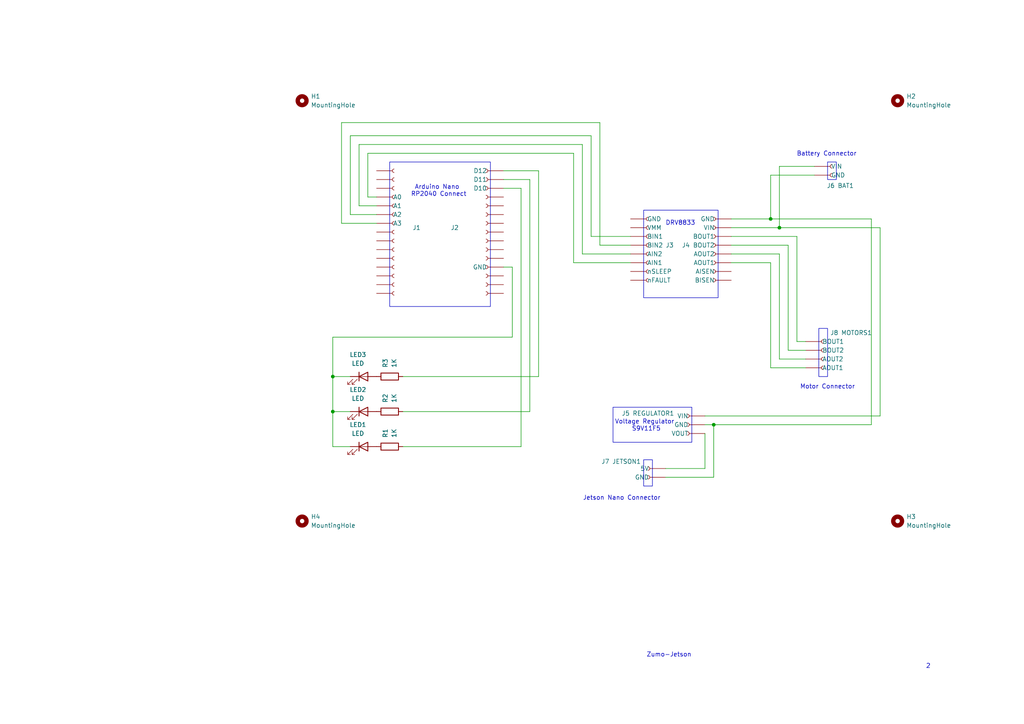
<source format=kicad_sch>
(kicad_sch (version 20250114) (generator "eeschema") (generator_version "9.0")
  (paper "A4")
  (lib_symbols
    (symbol "Conn_01x02_Socket_1" (pin_numbers (hide yes)) (pin_names (offset 1.016))
      (property "Reference" "J7" (at 2.032 2.032 0))
      (symbol "Conn_01x02_Socket_1_1_1"
        (polyline (pts (xy -1.27 0) (xy -0.508 0)) (stroke (width 0.1524)))
        (polyline (pts (xy -1.27 -2.54) (xy -0.508 -2.54)) (stroke (width 0.1524)))
        (arc (start 0 -0.508) (mid -0.5058 0) (end 0 0.508) (stroke (width 0.1524)))
        (arc (start 0 -3.048) (mid -0.5058 -2.54) (end 0 -2.032) (stroke (width 0.1524)))
        (pin passive line (at -5.08 0 0) (length 3.81) (name "5V") (number "1"))
        (pin passive line (at -5.08 -2.54 0) (length 3.81) (name "GND") (number "2"))
      )
    )
    (symbol "Conn_01x08_Socket_1" (pin_numbers (hide yes)) (pin_names (offset 1.016))
      (property "Reference" "J3" (at 1.27 0.0001 0))
      (symbol "Conn_01x08_Socket_1_1_1"
        (polyline (pts (xy -1.27 7.62) (xy -0.508 7.62)) (stroke (width 0.1524)))
        (polyline (pts (xy -1.27 5.08) (xy -0.508 5.08)) (stroke (width 0.1524)))
        (polyline (pts (xy -1.27 2.54) (xy -0.508 2.54)) (stroke (width 0.1524)))
        (polyline (pts (xy -1.27 0) (xy -0.508 0)) (stroke (width 0.1524)))
        (polyline (pts (xy -1.27 -2.54) (xy -0.508 -2.54)) (stroke (width 0.1524)))
        (polyline (pts (xy -1.27 -5.08) (xy -0.508 -5.08)) (stroke (width 0.1524)))
        (polyline (pts (xy -1.27 -7.62) (xy -0.508 -7.62)) (stroke (width 0.1524)))
        (polyline (pts (xy -1.27 -10.16) (xy -0.508 -10.16)) (stroke (width 0.1524)))
        (arc (start 0 7.112) (mid -0.5058 7.62) (end 0 8.128) (stroke (width 0.1524)))
        (arc (start 0 4.572) (mid -0.5058 5.08) (end 0 5.588) (stroke (width 0.1524)))
        (arc (start 0 2.032) (mid -0.5058 2.54) (end 0 3.048) (stroke (width 0.1524)))
        (arc (start 0 -0.508) (mid -0.5058 0) (end 0 0.508) (stroke (width 0.1524)))
        (arc (start 0 -3.048) (mid -0.5058 -2.54) (end 0 -2.032) (stroke (width 0.1524)))
        (arc (start 0 -5.588) (mid -0.5058 -5.08) (end 0 -4.572) (stroke (width 0.1524)))
        (arc (start 0 -8.128) (mid -0.5058 -7.62) (end 0 -7.112) (stroke (width 0.1524)))
        (arc (start 0 -10.668) (mid -0.5058 -10.16) (end 0 -9.652) (stroke (width 0.1524)))
        (pin passive line (at -5.08 7.62 0) (length 3.81) (name "GND") (number "1"))
        (pin passive line (at -5.08 5.08 0) (length 3.81) (name "VMM") (number "2"))
        (pin passive line (at -5.08 2.54 0) (length 3.81) (name "BIN1") (number "3"))
        (pin passive line (at -5.08 0 0) (length 3.81) (name "BIN2") (number "4"))
        (pin passive line (at -5.08 -2.54 0) (length 3.81) (name "AIN2") (number "5"))
        (pin passive line (at -5.08 -5.08 0) (length 3.81) (name "AIN1") (number "6"))
        (pin passive line (at -5.08 -7.62 0) (length 3.81) (name "nSLEEP") (number "7"))
        (pin passive line (at -5.08 -10.16 0) (length 3.81) (name "nFAULT") (number "8"))
      )
    )
    (symbol "Conn_01x15_Socket_1" (pin_numbers (hide yes)) (pin_names (offset 1.016))
      (property "Reference" "J2" (at 7.874 1.27 0))
      (symbol "Conn_01x15_Socket_1_1_1"
        (polyline (pts (xy -1.27 17.78) (xy -0.508 17.78)) (stroke (width 0.1524)))
        (polyline (pts (xy -1.27 15.24) (xy -0.508 15.24)) (stroke (width 0.1524)))
        (polyline (pts (xy -1.27 12.7) (xy -0.508 12.7)) (stroke (width 0.1524)))
        (polyline (pts (xy -1.27 10.16) (xy -0.508 10.16)) (stroke (width 0.1524)))
        (polyline (pts (xy -1.27 7.62) (xy -0.508 7.62)) (stroke (width 0.1524)))
        (polyline (pts (xy -1.27 5.08) (xy -0.508 5.08)) (stroke (width 0.1524)))
        (polyline (pts (xy -1.27 2.54) (xy -0.508 2.54)) (stroke (width 0.1524)))
        (polyline (pts (xy -1.27 0) (xy -0.508 0)) (stroke (width 0.1524)))
        (polyline (pts (xy -1.27 -2.54) (xy -0.508 -2.54)) (stroke (width 0.1524)))
        (polyline (pts (xy -1.27 -5.08) (xy -0.508 -5.08)) (stroke (width 0.1524)))
        (polyline (pts (xy -1.27 -7.62) (xy -0.508 -7.62)) (stroke (width 0.1524)))
        (polyline (pts (xy -1.27 -10.16) (xy -0.508 -10.16)) (stroke (width 0.1524)))
        (polyline (pts (xy -1.27 -12.7) (xy -0.508 -12.7)) (stroke (width 0.1524)))
        (polyline (pts (xy -1.27 -15.24) (xy -0.508 -15.24)) (stroke (width 0.1524)))
        (polyline (pts (xy -1.27 -17.78) (xy -0.508 -17.78)) (stroke (width 0.1524)))
        (arc (start 0 17.272) (mid -0.5058 17.78) (end 0 18.288) (stroke (width 0.1524)))
        (arc (start 0 14.732) (mid -0.5058 15.24) (end 0 15.748) (stroke (width 0.1524)))
        (arc (start 0 12.192) (mid -0.5058 12.7) (end 0 13.208) (stroke (width 0.1524)))
        (arc (start 0 9.652) (mid -0.5058 10.16) (end 0 10.668) (stroke (width 0.1524)))
        (arc (start 0 7.112) (mid -0.5058 7.62) (end 0 8.128) (stroke (width 0.1524)))
        (arc (start 0 4.572) (mid -0.5058 5.08) (end 0 5.588) (stroke (width 0.1524)))
        (arc (start 0 2.032) (mid -0.5058 2.54) (end 0 3.048) (stroke (width 0.1524)))
        (arc (start 0 -0.508) (mid -0.5058 0) (end 0 0.508) (stroke (width 0.1524)))
        (arc (start 0 -3.048) (mid -0.5058 -2.54) (end 0 -2.032) (stroke (width 0.1524)))
        (arc (start 0 -5.588) (mid -0.5058 -5.08) (end 0 -4.572) (stroke (width 0.1524)))
        (arc (start 0 -8.128) (mid -0.5058 -7.62) (end 0 -7.112) (stroke (width 0.1524)))
        (arc (start 0 -10.668) (mid -0.5058 -10.16) (end 0 -9.652) (stroke (width 0.1524)))
        (arc (start 0 -13.208) (mid -0.5058 -12.7) (end 0 -12.192) (stroke (width 0.1524)))
        (arc (start 0 -15.748) (mid -0.5058 -15.24) (end 0 -14.732) (stroke (width 0.1524)))
        (arc (start 0 -18.288) (mid -0.5058 -17.78) (end 0 -17.272) (stroke (width 0.1524)))
        (pin passive line (at -5.08 17.78 0) (length 3.81) (name "D12") (number "1"))
        (pin passive line (at -5.08 15.24 0) (length 3.81) (name "D11") (number "2"))
        (pin passive line (at -5.08 12.7 0) (length 3.81) (name "D10") (number "3"))
        (pin passive line (at -5.08 10.16 0) (length 3.81) (name "") (number "4"))
        (pin passive line (at -5.08 7.62 0) (length 3.81) (name "") (number "5"))
        (pin passive line (at -5.08 5.08 0) (length 3.81) (name "") (number "6"))
        (pin passive line (at -5.08 2.54 0) (length 3.81) (name "") (number "7"))
        (pin passive line (at -5.08 0 0) (length 3.81) (name "") (number "8"))
        (pin passive line (at -5.08 -2.54 0) (length 3.81) (name "") (number "9"))
        (pin passive line (at -5.08 -5.08 0) (length 3.81) (name "") (number "10"))
        (pin passive line (at -5.08 -7.62 0) (length 3.81) (name "") (number "11"))
        (pin passive line (at -5.08 -10.16 0) (length 3.81) (name "GND") (number "12"))
        (pin passive line (at -5.08 -12.7 0) (length 3.81) (name "") (number "13"))
        (pin passive line (at -5.08 -15.24 0) (length 3.81) (name "") (number "14"))
        (pin passive line (at -5.08 -17.78 0) (length 3.81) (name "") (number "15"))
      )
    )
    (symbol "Connector:Conn_01x02_Socket" (pin_numbers (hide yes)) (pin_names (offset 1.016))
      (property "Reference" "J6" (at -1.524 -5.588 0))
      (symbol "Conn_01x02_Socket_1_1"
        (polyline (pts (xy -1.27 0) (xy -0.508 0)) (stroke (width 0.1524)))
        (polyline (pts (xy -1.27 -2.54) (xy -0.508 -2.54)) (stroke (width 0.1524)))
        (arc (start 0 -0.508) (mid -0.5058 0) (end 0 0.508) (stroke (width 0.1524)))
        (arc (start 0 -3.048) (mid -0.5058 -2.54) (end 0 -2.032) (stroke (width 0.1524)))
        (pin passive line (at -5.08 0 0) (length 3.81) (name "VIN") (number "1"))
        (pin passive line (at -5.08 -2.54 0) (length 3.81) (name "GND") (number "2"))
      )
    )
    (symbol "Connector:Conn_01x03_Socket" (pin_numbers (hide yes)) (pin_names (offset 1.016))
      (property "Reference" "J5" (at 1.27 1.2701 0))
      (symbol "Conn_01x03_Socket_1_1"
        (polyline (pts (xy -1.27 2.54) (xy -0.508 2.54)) (stroke (width 0.1524)))
        (polyline (pts (xy -1.27 0) (xy -0.508 0)) (stroke (width 0.1524)))
        (polyline (pts (xy -1.27 -2.54) (xy -0.508 -2.54)) (stroke (width 0.1524)))
        (arc (start 0 2.032) (mid -0.5058 2.54) (end 0 3.048) (stroke (width 0.1524)))
        (arc (start 0 -0.508) (mid -0.5058 0) (end 0 0.508) (stroke (width 0.1524)))
        (arc (start 0 -3.048) (mid -0.5058 -2.54) (end 0 -2.032) (stroke (width 0.1524)))
        (pin passive line (at -5.08 2.54 0) (length 3.81) (name "VIN") (number "1"))
        (pin passive line (at -5.08 0 0) (length 3.81) (name "GND") (number "2"))
        (pin passive line (at -5.08 -2.54 0) (length 3.81) (name "VOUT") (number "3"))
      )
    )
    (symbol "Connector:Conn_01x04_Socket" (pin_numbers (hide yes)) (pin_names (offset 1.016))
      (property "Reference" "J8" (at 1.27 0.0001 0))
      (symbol "Conn_01x04_Socket_1_1"
        (polyline (pts (xy -1.27 2.54) (xy -0.508 2.54)) (stroke (width 0.1524)))
        (polyline (pts (xy -1.27 0) (xy -0.508 0)) (stroke (width 0.1524)))
        (polyline (pts (xy -1.27 -2.54) (xy -0.508 -2.54)) (stroke (width 0.1524)))
        (polyline (pts (xy -1.27 -5.08) (xy -0.508 -5.08)) (stroke (width 0.1524)))
        (arc (start 0 2.032) (mid -0.5058 2.54) (end 0 3.048) (stroke (width 0.1524)))
        (arc (start 0 -0.508) (mid -0.5058 0) (end 0 0.508) (stroke (width 0.1524)))
        (arc (start 0 -3.048) (mid -0.5058 -2.54) (end 0 -2.032) (stroke (width 0.1524)))
        (arc (start 0 -5.588) (mid -0.5058 -5.08) (end 0 -4.572) (stroke (width 0.1524)))
        (pin passive line (at -5.08 2.54 0) (length 3.81) (name "BOUT1") (number "1"))
        (pin passive line (at -5.08 0 0) (length 3.81) (name "BOUT2") (number "2"))
        (pin passive line (at -5.08 -2.54 0) (length 3.81) (name "AOUT2") (number "3"))
        (pin passive line (at -5.08 -5.08 0) (length 3.81) (name "AOUT1") (number "4"))
      )
    )
    (symbol "Connector:Conn_01x08_Socket" (pin_numbers (hide yes)) (pin_names (offset 1.016))
      (property "Reference" "J4" (at 5.08 0.508 0))
      (symbol "Conn_01x08_Socket_1_1"
        (polyline (pts (xy -1.27 7.62) (xy -0.508 7.62)) (stroke (width 0.1524)))
        (polyline (pts (xy -1.27 5.08) (xy -0.508 5.08)) (stroke (width 0.1524)))
        (polyline (pts (xy -1.27 2.54) (xy -0.508 2.54)) (stroke (width 0.1524)))
        (polyline (pts (xy -1.27 0) (xy -0.508 0)) (stroke (width 0.1524)))
        (polyline (pts (xy -1.27 -2.54) (xy -0.508 -2.54)) (stroke (width 0.1524)))
        (polyline (pts (xy -1.27 -5.08) (xy -0.508 -5.08)) (stroke (width 0.1524)))
        (polyline (pts (xy -1.27 -7.62) (xy -0.508 -7.62)) (stroke (width 0.1524)))
        (polyline (pts (xy -1.27 -10.16) (xy -0.508 -10.16)) (stroke (width 0.1524)))
        (arc (start 0 7.112) (mid -0.5058 7.62) (end 0 8.128) (stroke (width 0.1524)))
        (arc (start 0 4.572) (mid -0.5058 5.08) (end 0 5.588) (stroke (width 0.1524)))
        (arc (start 0 2.032) (mid -0.5058 2.54) (end 0 3.048) (stroke (width 0.1524)))
        (arc (start 0 -0.508) (mid -0.5058 0) (end 0 0.508) (stroke (width 0.1524)))
        (arc (start 0 -3.048) (mid -0.5058 -2.54) (end 0 -2.032) (stroke (width 0.1524)))
        (arc (start 0 -5.588) (mid -0.5058 -5.08) (end 0 -4.572) (stroke (width 0.1524)))
        (arc (start 0 -8.128) (mid -0.5058 -7.62) (end 0 -7.112) (stroke (width 0.1524)))
        (arc (start 0 -10.668) (mid -0.5058 -10.16) (end 0 -9.652) (stroke (width 0.1524)))
        (pin passive line (at -5.08 7.62 0) (length 3.81) (name "GND") (number "1"))
        (pin passive line (at -5.08 5.08 0) (length 3.81) (name "VIN") (number "2"))
        (pin passive line (at -5.08 2.54 0) (length 3.81) (name "BOUT1") (number "3"))
        (pin passive line (at -5.08 0 0) (length 3.81) (name "BOUT2") (number "4"))
        (pin passive line (at -5.08 -2.54 0) (length 3.81) (name "AOUT2") (number "5"))
        (pin passive line (at -5.08 -5.08 0) (length 3.81) (name "AOUT1") (number "6"))
        (pin passive line (at -5.08 -7.62 0) (length 3.81) (name "AISEN") (number "7"))
        (pin passive line (at -5.08 -10.16 0) (length 3.81) (name "BISEN") (number "8"))
      )
    )
    (symbol "Connector:Conn_01x15_Socket" (pin_numbers (hide yes)) (pin_names (offset 1.016))
      (property "Reference" "J1" (at 5.334 1.27 0))
      (symbol "Conn_01x15_Socket_1_1"
        (polyline (pts (xy -1.27 17.78) (xy -0.508 17.78)) (stroke (width 0.1524)))
        (polyline (pts (xy -1.27 15.24) (xy -0.508 15.24)) (stroke (width 0.1524)))
        (polyline (pts (xy -1.27 12.7) (xy -0.508 12.7)) (stroke (width 0.1524)))
        (polyline (pts (xy -1.27 10.16) (xy -0.508 10.16)) (stroke (width 0.1524)))
        (polyline (pts (xy -1.27 7.62) (xy -0.508 7.62)) (stroke (width 0.1524)))
        (polyline (pts (xy -1.27 5.08) (xy -0.508 5.08)) (stroke (width 0.1524)))
        (polyline (pts (xy -1.27 2.54) (xy -0.508 2.54)) (stroke (width 0.1524)))
        (polyline (pts (xy -1.27 0) (xy -0.508 0)) (stroke (width 0.1524)))
        (polyline (pts (xy -1.27 -2.54) (xy -0.508 -2.54)) (stroke (width 0.1524)))
        (polyline (pts (xy -1.27 -5.08) (xy -0.508 -5.08)) (stroke (width 0.1524)))
        (polyline (pts (xy -1.27 -7.62) (xy -0.508 -7.62)) (stroke (width 0.1524)))
        (polyline (pts (xy -1.27 -10.16) (xy -0.508 -10.16)) (stroke (width 0.1524)))
        (polyline (pts (xy -1.27 -12.7) (xy -0.508 -12.7)) (stroke (width 0.1524)))
        (polyline (pts (xy -1.27 -15.24) (xy -0.508 -15.24)) (stroke (width 0.1524)))
        (polyline (pts (xy -1.27 -17.78) (xy -0.508 -17.78)) (stroke (width 0.1524)))
        (arc (start 0 17.272) (mid -0.5058 17.78) (end 0 18.288) (stroke (width 0.1524)))
        (arc (start 0 14.732) (mid -0.5058 15.24) (end 0 15.748) (stroke (width 0.1524)))
        (arc (start 0 12.192) (mid -0.5058 12.7) (end 0 13.208) (stroke (width 0.1524)))
        (arc (start 0 9.652) (mid -0.5058 10.16) (end 0 10.668) (stroke (width 0.1524)))
        (arc (start 0 7.112) (mid -0.5058 7.62) (end 0 8.128) (stroke (width 0.1524)))
        (arc (start 0 4.572) (mid -0.5058 5.08) (end 0 5.588) (stroke (width 0.1524)))
        (arc (start 0 2.032) (mid -0.5058 2.54) (end 0 3.048) (stroke (width 0.1524)))
        (arc (start 0 -0.508) (mid -0.5058 0) (end 0 0.508) (stroke (width 0.1524)))
        (arc (start 0 -3.048) (mid -0.5058 -2.54) (end 0 -2.032) (stroke (width 0.1524)))
        (arc (start 0 -5.588) (mid -0.5058 -5.08) (end 0 -4.572) (stroke (width 0.1524)))
        (arc (start 0 -8.128) (mid -0.5058 -7.62) (end 0 -7.112) (stroke (width 0.1524)))
        (arc (start 0 -10.668) (mid -0.5058 -10.16) (end 0 -9.652) (stroke (width 0.1524)))
        (arc (start 0 -13.208) (mid -0.5058 -12.7) (end 0 -12.192) (stroke (width 0.1524)))
        (arc (start 0 -15.748) (mid -0.5058 -15.24) (end 0 -14.732) (stroke (width 0.1524)))
        (arc (start 0 -18.288) (mid -0.5058 -17.78) (end 0 -17.272) (stroke (width 0.1524)))
        (pin passive line (at -5.08 17.78 0) (length 3.81) (name "") (number "1"))
        (pin passive line (at -5.08 15.24 0) (length 3.81) (name "") (number "2"))
        (pin passive line (at -5.08 12.7 0) (length 3.81) (name "") (number "3"))
        (pin passive line (at -5.08 10.16 0) (length 3.81) (name "A0") (number "4"))
        (pin passive line (at -5.08 7.62 0) (length 3.81) (name "A1") (number "5"))
        (pin passive line (at -5.08 5.08 0) (length 3.81) (name "A2") (number "6"))
        (pin passive line (at -5.08 2.54 0) (length 3.81) (name "A3") (number "7"))
        (pin passive line (at -5.08 0 0) (length 3.81) (name "") (number "8"))
        (pin passive line (at -5.08 -2.54 0) (length 3.81) (name "") (number "9"))
        (pin passive line (at -5.08 -5.08 0) (length 3.81) (name "") (number "10"))
        (pin passive line (at -5.08 -7.62 0) (length 3.81) (name "") (number "11"))
        (pin passive line (at -5.08 -10.16 0) (length 3.81) (name "") (number "12"))
        (pin passive line (at -5.08 -12.7 0) (length 3.81) (name "") (number "13"))
        (pin passive line (at -5.08 -15.24 0) (length 3.81) (name "") (number "14"))
        (pin passive line (at -5.08 -17.78 0) (length 3.81) (name "") (number "15"))
      )
    )
    (symbol "Device:LED" (pin_numbers (hide yes)) (pin_names (offset 1.016) (hide yes))
      (property "Reference" "D" (at 0 2.54 0))
      (property "Value" "LED" (at 0 -2.54 0))
      (symbol "LED_0_1"
        (polyline (pts (xy -3.048 -0.762) (xy -4.572 -2.286) (xy -3.81 -2.286) (xy -4.572 -2.286) (xy -4.572 -1.524)))
        (polyline (pts (xy -1.778 -0.762) (xy -3.302 -2.286) (xy -2.54 -2.286) (xy -3.302 -2.286) (xy -3.302 -1.524)))
        (polyline (pts (xy -1.27 0) (xy 1.27 0)))
        (polyline (pts (xy -1.27 -1.27) (xy -1.27 1.27)) (stroke (width 0.254)))
        (polyline (pts (xy 1.27 -1.27) (xy 1.27 1.27) (xy -1.27 0) (xy 1.27 -1.27)) (stroke (width 0.254)))
      )
      (symbol "LED_1_1"
        (pin passive line (at -3.81 0 0) (length 2.54) (name "K") (number "1"))
        (pin passive line (at 3.81 0 180) (length 2.54) (name "A") (number "2"))
      )
    )
    (symbol "Device:R" (pin_numbers (hide yes)) (pin_names (offset 0))
      (property "Reference" "R" (at 2.032 0 90))
      (property "Value" "R" (at 0 0 90))
      (symbol "R_0_1"
        (rectangle (start -1.016 -2.54) (end 1.016 2.54) (stroke (width 0.254)))
      )
      (symbol "R_1_1"
        (pin passive line (at 0 3.81 270) (length 1.27) (name "~") (number "1"))
        (pin passive line (at 0 -3.81 90) (length 1.27) (name "~") (number "2"))
      )
    )
    (symbol "Mechanical:MountingHole" (pin_names (offset 1.016)) (in_bom no)
      (property "Reference" "H" (at 0 5.08 0))
      (property "Value" "MountingHole" (at 0 3.175 0))
      (symbol "MountingHole_0_1"
        (circle (center 0 0) (radius 1.27) (stroke (width 1.27)))
      )
    )
  )
  (rectangle (start 113.03 46.99) (end 142.24 88.9))
  (rectangle (start 177.8 118.11) (end 200.66 128.27))
  (rectangle (start 237.49 95.25) (end 240.03 109.22))
  (rectangle (start 186.69 60.96) (end 208.28 86.36))
  (rectangle (start 186.69 133.35) (end 189.23 140.97))
  (rectangle (start 240.03 46.99) (end 242.57 52.07))
  (text "Arduino Nano \nRP2040 Connect" (at 127.254 55.372 0) (effects (font (size 1.27 1.27))))
  (text "Voltage Regulator \nS9V11F5" (at 187.452 123.444 0) (effects (font (size 1.27 1.27))))
  (text "Battery Connector\n" (at 239.776 44.704 0) (effects (font (size 1.27 1.27))))
  (text "2" (at 269.24 193.294 0) (effects (font (size 1.27 1.27))))
  (text "Motor Connector\n" (at 240.03 112.268 0) (effects (font (size 1.27 1.27))))
  (text "Zumo-Jetson" (at 194.056 189.992 0) (effects (font (size 1.27 1.27))))
  (text "Jetson Nano Connector\n" (at 180.34 144.526 0) (effects (font (size 1.27 1.27))))
  (text "DRV8833" (at 197.358 64.77 0) (effects (font (size 1.27 1.27))))
  (junction (at 226.06 66.04))
  (junction (at 96.52 109.22))
  (junction (at 223.52 63.5))
  (junction (at 207.01 123.19))
  (junction (at 96.52 119.38))
  (wire (pts (xy 193.04 138.43) (xy 207.01 138.43)))
  (wire (pts (xy 212.09 71.12) (xy 228.6 71.12)))
  (wire (pts (xy 109.22 62.23) (xy 101.6 62.23)))
  (wire (pts (xy 168.91 73.66) (xy 182.88 73.66)))
  (wire (pts (xy 96.52 97.79) (xy 96.52 109.22)))
  (wire (pts (xy 236.22 50.8) (xy 223.52 50.8)))
  (wire (pts (xy 223.52 106.68) (xy 233.68 106.68)))
  (wire (pts (xy 171.45 68.58) (xy 182.88 68.58)))
  (wire (pts (xy 116.84 109.22) (xy 156.21 109.22)))
  (wire (pts (xy 223.52 63.5) (xy 252.73 63.5)))
  (wire (pts (xy 166.37 44.45) (xy 166.37 76.2)))
  (wire (pts (xy 104.14 59.69) (xy 104.14 41.91)))
  (wire (pts (xy 171.45 39.37) (xy 171.45 68.58)))
  (wire (pts (xy 148.59 97.79) (xy 96.52 97.79)))
  (wire (pts (xy 226.06 104.14) (xy 233.68 104.14)))
  (wire (pts (xy 236.22 48.26) (xy 226.06 48.26)))
  (wire (pts (xy 146.05 52.07) (xy 153.67 52.07)))
  (wire (pts (xy 173.99 71.12) (xy 182.88 71.12)))
  (wire (pts (xy 173.99 35.56) (xy 173.99 71.12)))
  (wire (pts (xy 106.68 57.15) (xy 106.68 44.45)))
  (wire (pts (xy 204.47 120.65) (xy 255.27 120.65)))
  (wire (pts (xy 96.52 109.22) (xy 96.52 119.38)))
  (wire (pts (xy 255.27 66.04) (xy 255.27 120.65)))
  (wire (pts (xy 101.6 62.23) (xy 101.6 39.37)))
  (wire (pts (xy 226.06 66.04) (xy 255.27 66.04)))
  (wire (pts (xy 99.06 64.77) (xy 99.06 35.56)))
  (wire (pts (xy 231.14 68.58) (xy 231.14 99.06)))
  (wire (pts (xy 212.09 63.5) (xy 223.52 63.5)))
  (wire (pts (xy 146.05 49.53) (xy 156.21 49.53)))
  (wire (pts (xy 109.22 64.77) (xy 99.06 64.77)))
  (wire (pts (xy 212.09 66.04) (xy 226.06 66.04)))
  (wire (pts (xy 193.04 135.89) (xy 204.47 135.89)))
  (wire (pts (xy 96.52 119.38) (xy 101.6 119.38)))
  (wire (pts (xy 101.6 39.37) (xy 171.45 39.37)))
  (wire (pts (xy 228.6 71.12) (xy 228.6 101.6)))
  (wire (pts (xy 166.37 76.2) (xy 182.88 76.2)))
  (wire (pts (xy 226.06 48.26) (xy 226.06 66.04)))
  (wire (pts (xy 156.21 49.53) (xy 156.21 109.22)))
  (wire (pts (xy 223.52 76.2) (xy 223.52 106.68)))
  (wire (pts (xy 148.59 77.47) (xy 148.59 97.79)))
  (wire (pts (xy 228.6 101.6) (xy 233.68 101.6)))
  (wire (pts (xy 109.22 59.69) (xy 104.14 59.69)))
  (wire (pts (xy 212.09 76.2) (xy 223.52 76.2)))
  (wire (pts (xy 204.47 123.19) (xy 207.01 123.19)))
  (wire (pts (xy 116.84 129.54) (xy 151.13 129.54)))
  (wire (pts (xy 106.68 44.45) (xy 166.37 44.45)))
  (wire (pts (xy 223.52 50.8) (xy 223.52 63.5)))
  (wire (pts (xy 168.91 41.91) (xy 168.91 73.66)))
  (wire (pts (xy 104.14 41.91) (xy 168.91 41.91)))
  (wire (pts (xy 146.05 54.61) (xy 151.13 54.61)))
  (wire (pts (xy 207.01 123.19) (xy 252.73 123.19)))
  (wire (pts (xy 96.52 119.38) (xy 96.52 129.54)))
  (wire (pts (xy 116.84 119.38) (xy 153.67 119.38)))
  (wire (pts (xy 151.13 54.61) (xy 151.13 129.54)))
  (wire (pts (xy 231.14 99.06) (xy 233.68 99.06)))
  (wire (pts (xy 252.73 63.5) (xy 252.73 123.19)))
  (wire (pts (xy 153.67 52.07) (xy 153.67 119.38)))
  (wire (pts (xy 146.05 77.47) (xy 148.59 77.47)))
  (wire (pts (xy 96.52 109.22) (xy 101.6 109.22)))
  (wire (pts (xy 109.22 57.15) (xy 106.68 57.15)))
  (wire (pts (xy 204.47 125.73) (xy 204.47 135.89)))
  (wire (pts (xy 96.52 129.54) (xy 101.6 129.54)))
  (wire (pts (xy 212.09 68.58) (xy 231.14 68.58)))
  (wire (pts (xy 99.06 35.56) (xy 173.99 35.56)))
  (wire (pts (xy 207.01 123.19) (xy 207.01 138.43)))
  (wire (pts (xy 226.06 73.66) (xy 226.06 104.14)))
  (wire (pts (xy 212.09 73.66) (xy 226.06 73.66)))
  (symbol (lib_id "Mechanical:MountingHole") (at 87.63 29.21 0) (unit 1) (in_bom no)
    (property "Reference" "H1" (at 90.17 27.9399 0) (effects (justify left)))
    (property "Value" "MountingHole" (at 90.17 30.4799 0) (effects (justify left)))
    (property "Footprint" "MountingHole:MountingHole_2.7mm_M2.5" (effects (hide yes)))
    (property "Description" "Mounting Hole without connection" (effects (hide yes)))
  )
  (symbol (lib_id "Device:R") (at 113.03 119.38 90) (unit 1)
    (property "Reference" "R2" (at 111.7599 116.84 0) (effects (justify left)))
    (property "Value" "1K" (at 114.2999 116.84 0) (effects (justify left)))
    (property "Footprint" "Resistor_THT:R_Axial_DIN0204_L3.6mm_D1.6mm_P2.54mm_Vertical" (effects (hide yes)))
    (property "Description" "Resistor" (effects (hide yes)))
  )
  (symbol (lib_id "Device:LED") (at 105.41 119.38 0) (unit 1)
    (property "Reference" "LED2" (at 103.8225 113.03 0))
    (property "Value" "LED" (at 103.8225 115.57 0))
    (property "Footprint" "Connector_PinSocket_2.54mm:PinSocket_1x02_P2.54mm_Vertical" (effects (hide yes)))
    (property "Description" "Light emitting diode" (effects (hide yes)))
    (property "Sim.Pins" "1=K 2=A" (effects (hide yes)))
  )
  (symbol (lib_id "Mechanical:MountingHole") (at 260.35 29.21 0) (unit 1) (in_bom no)
    (property "Reference" "H2" (at 262.89 27.9399 0) (effects (justify left)))
    (property "Value" "MountingHole" (at 262.89 30.4799 0) (effects (justify left)))
    (property "Footprint" "MountingHole:MountingHole_2.7mm_M2.5" (effects (hide yes)))
    (property "Description" "Mounting Hole without connection" (effects (hide yes)))
  )
  (symbol (lib_id "Device:R") (at 113.03 129.54 90) (unit 1)
    (property "Reference" "R1" (at 111.7599 127 0) (effects (justify left)))
    (property "Value" "1K" (at 114.2999 127 0) (effects (justify left)))
    (property "Footprint" "Resistor_THT:R_Axial_DIN0204_L3.6mm_D1.6mm_P2.54mm_Vertical" (effects (hide yes)))
    (property "Description" "Resistor" (effects (hide yes)))
  )
  (symbol (lib_id "Device:LED") (at 105.41 109.22 0) (unit 1)
    (property "Reference" "LED3" (at 103.8225 102.87 0))
    (property "Value" "LED" (at 103.8225 105.41 0))
    (property "Footprint" "Connector_PinSocket_2.54mm:PinSocket_1x02_P2.54mm_Vertical" (effects (hide yes)))
    (property "Description" "Light emitting diode" (effects (hide yes)))
    (property "Sim.Pins" "1=K 2=A" (effects (hide yes)))
  )
  (symbol (lib_name "Conn_01x15_Socket_1") (lib_id "Connector:Conn_01x15_Socket") (at 140.97 67.31 0) (mirror y) (unit 1)
    (property "Reference" "J2" (at 133.096 66.04 0) (effects (justify left)))
    (property "Value" "Conn_01x15_Socket" (effects (hide yes)))
    (property "Footprint" "Connector_PinSocket_2.54mm:PinSocket_1x15_P2.54mm_Vertical" (effects (hide yes)))
    (property "Description" "Generic connector, single row, 01x15, script generated" (effects (hide yes)))
  )
  (symbol (lib_name "Conn_01x02_Socket_1") (lib_id "Connector:Conn_01x02_Socket") (at 187.96 135.89 0) (mirror y) (unit 1)
    (property "Reference" "J7 JETSON1" (at 185.928 133.858 0) (effects (justify left)))
    (property "Value" "Conn_01x02_Socket" (effects (hide yes)))
    (property "Footprint" "Connector_PinHeader_2.54mm:PinHeader_1x02_P2.54mm_Vertical" (effects (hide yes)))
    (property "Description" "Generic connector, single row, 01x02, script generated" (effects (hide yes)))
  )
  (symbol (lib_id "Device:LED") (at 105.41 129.54 0) (unit 1)
    (property "Reference" "LED1" (at 103.8225 123.19 0))
    (property "Value" "LED" (at 103.8225 125.73 0))
    (property "Footprint" "Connector_PinSocket_2.54mm:PinSocket_1x02_P2.54mm_Vertical" (effects (hide yes)))
    (property "Description" "Light emitting diode" (effects (hide yes)))
    (property "Sim.Pins" "1=K 2=A" (effects (hide yes)))
  )
  (symbol (lib_id "Mechanical:MountingHole") (at 260.35 151.13 0) (unit 1) (in_bom no)
    (property "Reference" "H3" (at 262.89 149.8599 0) (effects (justify left)))
    (property "Value" "MountingHole" (at 262.89 152.3999 0) (effects (justify left)))
    (property "Footprint" "MountingHole:MountingHole_2.7mm_M2.5" (effects (hide yes)))
    (property "Description" "Mounting Hole without connection" (effects (hide yes)))
  )
  (symbol (lib_id "Connector:Conn_01x04_Socket") (at 238.76 101.6 0) (unit 1)
    (property "Reference" "J8 MOTORS1" (at 240.792 96.52 0) (effects (justify left)))
    (property "Value" "Conn_01x04_Socket" (effects (hide yes)))
    (property "Footprint" "Connector_PinHeader_2.54mm:PinHeader_1x04_P2.54mm_Vertical" (effects (hide yes)))
    (property "Description" "Generic connector, single row, 01x04, script generated" (effects (hide yes)))
  )
  (symbol (lib_id "Device:R") (at 113.03 109.22 90) (unit 1)
    (property "Reference" "R3" (at 111.7599 106.68 0) (effects (justify left)))
    (property "Value" "1K" (at 114.2999 106.68 0) (effects (justify left)))
    (property "Footprint" "Resistor_THT:R_Axial_DIN0204_L3.6mm_D1.6mm_P2.54mm_Vertical" (effects (hide yes)))
    (property "Description" "Resistor" (effects (hide yes)))
  )
  (symbol (lib_id "Connector:Conn_01x03_Socket") (at 199.39 123.19 0) (mirror y) (unit 1)
    (property "Reference" "J5 REGULATOR1" (at 195.58 119.888 0) (effects (justify left)))
    (property "Value" "Conn_01x03_Socket" (effects (hide yes)))
    (property "Footprint" "Connector_PinSocket_2.54mm:PinSocket_1x03_P2.54mm_Vertical" (effects (hide yes)))
    (property "Description" "Generic connector, single row, 01x03, script generated" (effects (hide yes)))
  )
  (symbol (lib_id "Mechanical:MountingHole") (at 87.63 151.13 0) (unit 1) (in_bom no)
    (property "Reference" "H4" (at 90.17 149.8599 0) (effects (justify left)))
    (property "Value" "MountingHole" (at 90.17 152.3999 0) (effects (justify left)))
    (property "Footprint" "MountingHole:MountingHole_2.7mm_M2.5" (effects (hide yes)))
    (property "Description" "Mounting Hole without connection" (effects (hide yes)))
  )
  (symbol (lib_name "Conn_01x08_Socket_1") (lib_id "Connector:Conn_01x08_Socket") (at 187.96 71.12 0) (unit 1)
    (property "Reference" "J3" (at 193.04 71.12 0) (effects (justify left)))
    (property "Value" "Conn_01x08_Socket" (effects (hide yes)))
    (property "Footprint" "Connector_PinSocket_2.54mm:PinSocket_1x08_P2.54mm_Vertical" (effects (hide yes)))
    (property "Description" "Generic connector, single row, 01x08, script generated" (effects (hide yes)))
  )
  (symbol (lib_id "Connector:Conn_01x02_Socket") (at 241.3 48.26 0) (unit 1)
    (property "Reference" "J6 BAT1" (at 239.776 53.848 0) (effects (justify left)))
    (property "Value" "Conn_01x02_Socket" (effects (hide yes)))
    (property "Footprint" "Connector_PinHeader_2.54mm:PinHeader_1x02_P2.54mm_Vertical" (effects (hide yes)))
    (property "Description" "Generic connector, single row, 01x02, script generated" (effects (hide yes)))
  )
  (symbol (lib_id "Connector:Conn_01x08_Socket") (at 207.01 71.12 0) (mirror y) (unit 1)
    (property "Reference" "J4" (at 200.152 71.12 0) (effects (justify left)))
    (property "Value" "Conn_01x08_Socket" (effects (hide yes)))
    (property "Footprint" "Connector_PinSocket_2.54mm:PinSocket_1x08_P2.54mm_Vertical" (effects (hide yes)))
    (property "Description" "Generic connector, single row, 01x08, script generated" (effects (hide yes)))
  )
  (symbol (lib_id "Connector:Conn_01x15_Socket") (at 114.3 67.31 0) (unit 1)
    (property "Reference" "J1" (at 119.634 66.04 0) (effects (justify left)))
    (property "Value" "Conn_01x15_Socket" (effects (hide yes)))
    (property "Footprint" "Connector_PinSocket_2.54mm:PinSocket_1x15_P2.54mm_Vertical" (effects (hide yes)))
    (property "Description" "Generic connector, single row, 01x15, script generated" (effects (hide yes)))
  )
)
</source>
